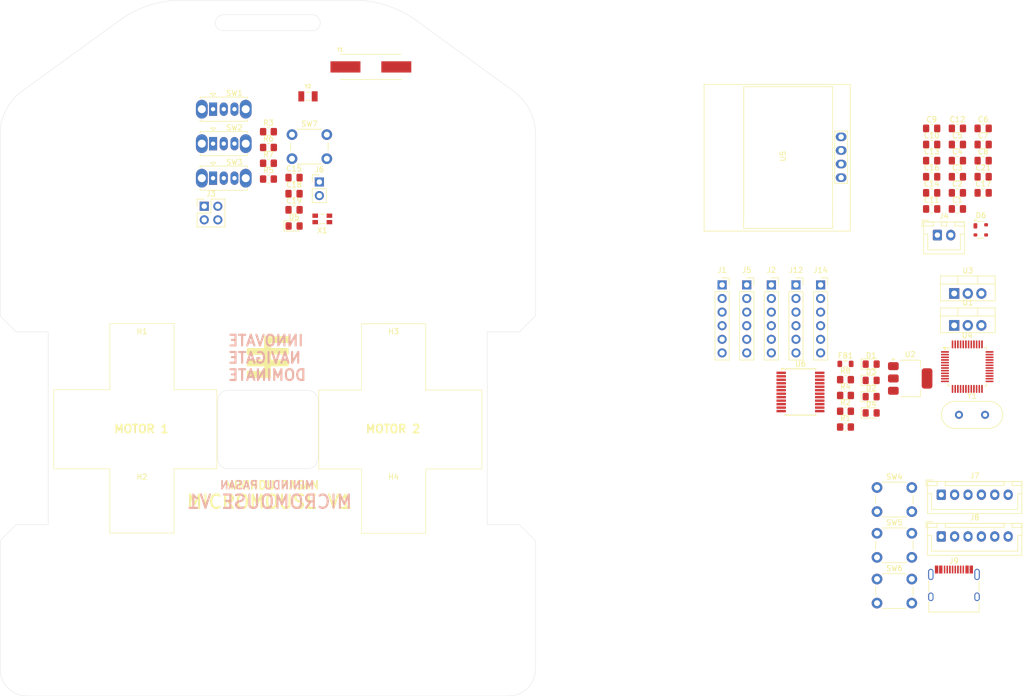
<source format=kicad_pcb>
(kicad_pcb (version 20240108) (generator "pcbnew") (generator_version "8.0")
  (layers (0 "F.Cu" signal) (31 "B.Cu" signal) (34 "B.Paste" user) (35 "F.Paste" user) (36 "B.SilkS" user "B.Silkscreen") (37 "F.SilkS" user "F.Silkscreen") (38 "B.Mask" user) (39 "F.Mask" user) (44 "Edge.Cuts" user))
  (net 0 "")
  (net 1 "+7.4V")
  (net 2 "GND")
  (net 3 "+3.3V")
  (net 4 "HSE_IN")
  (net 5 "+5V")
  (net 6 "+6V")
  (net 7 "+3.3VA")
  (net 8 "/NRST")
  (net 9 "HSE_OUT")
  (net 10 "USB_D+")
  (net 11 "USB_D-")
  (net 12 "VBUS")
  (net 13 "Net-(D3-A)")
  (net 14 "Net-(D5-A)")
  (net 15 "PC13")
  (net 16 "POWER")
  (net 17 "RESET")
  (net 18 "OSC32_IN")
  (net 19 "SDA1")
  (net 20 "SCL1")
  (net 21 "OSC32_OUT")
  (net 22 "Net-(D1-K)")
  (net 23 "Net-(D2-A)")
  (net 24 "Net-(D4-K)")
  (net 27 "OUT1")
  (net 28 "PA7")
  (net 29 "OUT2")
  (net 30 "PA6")
  (net 33 "PA15")
  (net 34 "PB3")
  (net 35 "OUT3")
  (net 36 "OUT4")
  (net 39 "BOOT0")
  (net 41 "SW1")
  (net 42 "SW2")
  (net 43 "SW3")
  (net 44 "PA3")
  (net 45 "PA2")
  (net 47 "SWDIO")
  (net 48 "STBY")
  (net 49 "SDA2")
  (net 50 "SWCLK")
  (net 52 "PA0")
  (net 53 "PA1")
  (net 55 "PA5")
  (net 56 "TXD")
  (net 58 "SCL2")
  (net 61 "PA4")
  (net 63 "RXD")
  (net 64 "BOOT1")
  (net 74 "Net-(C16-Pad2)")
  (footprint "Button_Switch_THT:SW_Slide_SPDT_Straight_CK_OS102011MS2Q" (layer "F.Cu") (at 100.765 63.395)
    (property "Reference" "SW1" (at 3.99 -2.99 0) (layer "F.SilkS"))
    (property "Value" "BOOT0")
    (pad "" thru_hole oval (at -2.1 0) (size 2.2 3.5) (drill 1.5) (layers "*.Cu" "*.Mask"))
    (pad "" thru_hole oval (at 6.1 0) (size 2.2 3.5) (drill 1.5) (layers "*.Cu" "*.Mask"))
    (pad "1" thru_hole rect (at 0 0) (size 1.5 2.5) (drill 0.8) (layers "*.Cu" "*.Mask") (net 2 "GND"))
    (pad "2" thru_hole oval (at 2 0) (size 1.5 2.5) (drill 0.8) (layers "*.Cu" "*.Mask") (net 39 "BOOT0"))
    (pad "3" thru_hole oval (at 4 0) (size 1.5 2.5) (drill 0.8) (layers "*.Cu" "*.Mask") (net 3 "+3.3V"))
  )
  (footprint "Connector_PinSocket_2.54mm:PinSocket_1x06_P2.54mm_Vertical" (layer "F.Cu") (at 200.47 96.23)
    (property "Reference" "J5" (at 0 -2.77 0) (layer "F.SilkS"))
    (property "Value" "TOF1")
    (pad "1" thru_hole rect (at 0 0) (size 1.7 1.7) (drill 1) (layers "*.Cu" "*.Mask") (net 3 "+3.3V"))
    (pad "2" thru_hole oval (at 0 2.54) (size 1.7 1.7) (drill 1) (layers "*.Cu" "*.Mask") (net 2 "GND"))
    (pad "3" thru_hole oval (at 0 5.08) (size 1.7 1.7) (drill 1) (layers "*.Cu" "*.Mask") (net 20 "SCL1"))
    (pad "4" thru_hole oval (at 0 7.62) (size 1.7 1.7) (drill 1) (layers "*.Cu" "*.Mask") (net 19 "SDA1"))
    (pad "5" thru_hole oval (at 0 10.16) (size 1.7 1.7) (drill 1) (layers "*.Cu" "*.Mask"))
    (pad "6" thru_hole oval (at 0 12.7) (size 1.7 1.7) (drill 1) (layers "*.Cu" "*.Mask"))
  )
  (footprint "MountingHole:MountingHole_3.5mm" (layer "F.Cu") (at 134.483474 109.432161)
    (property "Reference" "H3" (at 0 -4.5 0) (layer "F.SilkS"))
    (property "Value" "MountingHole_3.5mm")
    (pad "" np_thru_hole circle (at 0 0) (size 3.5 3.5) (drill 3.5) (layers "*.Cu" "*.Mask"))
  )
  (footprint "Capacitor_SMD:C_0805_2012Metric_Pad1.18x1.45mm_HandSolder" (layer "F.Cu") (at 244.64 79.03)
    (property "Reference" "C17" (at 0 -1.68 0) (layer "F.SilkS"))
    (property "Value" "20p")
    (pad "1" smd roundrect (at -1.0375 0) (size 1.175 1.45) (layers "F.Cu" "F.Paste" "F.Mask") (roundrect_rratio 0.212766) (net 9 "HSE_OUT"))
    (pad "2" smd roundrect (at 1.0375 0) (size 1.175 1.45) (layers "F.Cu" "F.Paste" "F.Mask") (roundrect_rratio 0.212766) (net 74 "Net-(C16-Pad2)"))
  )
  (footprint "Connector_PinHeader_2.54mm:PinHeader_1x02_P2.54mm_Vertical" (layer "F.Cu") (at 120.625 77)
    (property "Reference" "J6" (at 0 -2.33 0) (layer "F.SilkS"))
    (property "Value" "Conn_01x02_Pin")
    (pad "1" thru_hole rect (at 0 0) (size 1.7 1.7) (drill 1) (layers "*.Cu" "*.Mask") (net 56 "TXD"))
    (pad "2" thru_hole oval (at 0 2.54) (size 1.7 1.7) (drill 1) (layers "*.Cu" "*.Mask") (net 63 "RXD"))
  )
  (footprint "Capacitor_SMD:C_0805_2012Metric_Pad1.18x1.45mm_HandSolder" (layer "F.Cu") (at 235.02 73.01)
    (property "Reference" "C13" (at 0 -1.68 0) (layer "F.SilkS"))
    (property "Value" "330nF")
    (pad "1" smd roundrect (at -1.0375 0) (size 1.175 1.45) (layers "F.Cu" "F.Paste" "F.Mask") (roundrect_rratio 0.212766) (net 16 "POWER"))
    (pad "2" smd roundrect (at 1.0375 0) (size 1.175 1.45) (layers "F.Cu" "F.Paste" "F.Mask") (roundrect_rratio 0.212766) (net 2 "GND"))
  )
  (footprint "Capacitor_SMD:C_0805_2012Metric_Pad1.18x1.45mm_HandSolder" (layer "F.Cu") (at 235.02 79.03)
    (property "Reference" "C14" (at 0 -1.68 0) (layer "F.SilkS"))
    (property "Value" "100nF")
    (pad "1" smd roundrect (at -1.0375 0) (size 1.175 1.45) (layers "F.Cu" "F.Paste" "F.Mask") (roundrect_rratio 0.212766) (net 5 "+5V"))
    (pad "2" smd roundrect (at 1.0375 0) (size 1.175 1.45) (layers "F.Cu" "F.Paste" "F.Mask") (roundrect_rratio 0.212766) (net 2 "GND"))
  )
  (footprint "Capacitor_SMD:C_0805_2012Metric_Pad1.18x1.45mm_HandSolder" (layer "F.Cu") (at 244.64 73.01)
    (property "Reference" "C8" (at 0 -1.68 0) (layer "F.SilkS"))
    (property "Value" "1uF")
    (pad "1" smd roundrect (at -1.0375 0) (size 1.175 1.45) (layers "F.Cu" "F.Paste" "F.Mask") (roundrect_rratio 0.212766) (net 3 "+3.3V"))
    (pad "2" smd roundrect (at 1.0375 0) (size 1.175 1.45) (layers "F.Cu" "F.Paste" "F.Mask") (roundrect_rratio 0.212766) (net 2 "GND"))
  )
  (footprint "Oscillator:Oscillator_SMD_SeikoEpson_SG3030CM" (layer "F.Cu") (at 121.175 83.9)
    (property "Reference" "X1" (at 0 2.17 0) (layer "F.SilkS"))
    (property "Value" "SG-3030CM")
    (pad "1" smd rect (at -1.325 0.6) (size 1.05 0.8) (layers "F.Cu" "F.Paste" "F.Mask"))
    (pad "2" smd rect (at 1.325 0.6) (size 1.05 0.8) (layers "F.Cu" "F.Paste" "F.Mask"))
    (pad "3" smd rect (at 1.325 -0.6) (size 1.05 0.8) (layers "F.Cu" "F.Paste" "F.Mask"))
    (pad "4" smd rect (at -1.325 -0.6) (size 1.05 0.8) (layers "F.Cu" "F.Paste" "F.Mask"))
  )
  (footprint "LED_SMD:LED_0805_2012Metric_Pad1.15x1.40mm_HandSolder" (layer "F.Cu") (at 223.715 114.065)
    (property "Reference" "D3" (at 0 -1.65 0) (layer "F.SilkS"))
    (property "Value" "5V")
    (pad "1" smd roundrect (at -1.025 0) (size 1.15 1.4) (layers "F.Cu" "F.Paste" "F.Mask") (roundrect_rratio 0.217391) (net 2 "GND"))
    (pad "2" smd roundrect (at 1.025 0) (size 1.15 1.4) (layers "F.Cu" "F.Paste" "F.Mask") (roundrect_rratio 0.217391) (net 13 "Net-(D3-A)"))
  )
  (footprint "Capacitor_SMD:C_0805_2012Metric_Pad1.18x1.45mm_HandSolder" (layer "F.Cu") (at 239.83 73.01)
    (property "Reference" "C4" (at 0 -1.68 0) (layer "F.SilkS"))
    (property "Value" "100nF")
    (pad "1" smd roundrect (at -1.0375 0) (size 1.175 1.45) (layers "F.Cu" "F.Paste" "F.Mask") (roundrect_rratio 0.212766) (net 3 "+3.3V"))
    (pad "2" smd roundrect (at 1.0375 0) (size 1.175 1.45) (layers "F.Cu" "F.Paste" "F.Mask") (roundrect_rratio 0.212766) (net 2 "GND"))
  )
  (footprint "Inductor_SMD:L_0805_2012Metric" (layer "F.Cu") (at 218.92 110.98)
    (property "Reference" "FB1" (at 0 -1.55 0) (layer "F.SilkS"))
    (property "Value" "120R")
    (pad "1" smd roundrect (at -1.0625 0) (size 0.875 1.2) (layers "F.Cu" "F.Paste" "F.Mask") (net 7 "+3.3VA"))
    (pad "2" smd roundrect (at 1.0625 0) (size 0.875 1.2) (layers "F.Cu" "F.Paste" "F.Mask") (net 3 "+3.3V"))
  )
  (footprint "Capacitor_SMD:C_0805_2012Metric_Pad1.18x1.45mm_HandSolder" (layer "F.Cu") (at 239.83 82.04)
    (property "Reference" "C1" (at 0 -1.68 0) (layer "F.SilkS"))
    (property "Value" "10uF")
    (pad "1" smd roundrect (at -1.0375 0) (size 1.175 1.45) (layers "F.Cu" "F.Paste" "F.Mask") (roundrect_rratio 0.212766) (net 3 "+3.3V"))
    (pad "2" smd roundrect (at 1.0375 0) (size 1.175 1.45) (layers "F.Cu" "F.Paste" "F.Mask") (roundrect_rratio 0.212766) (net 2 "GND"))
  )
  (footprint "Capacitor_SMD:C_0805_2012Metric_Pad1.18x1.45mm_HandSolder" (layer "F.Cu") (at 235.02 66.99)
    (property "Reference" "C9" (at 0 -1.68 0) (layer "F.SilkS"))
    (property "Value" "10µF")
    (pad "1" smd roundrect (at -1.0375 0) (size 1.175 1.45) (layers "F.Cu" "F.Paste" "F.Mask") (roundrect_rratio 0.212766) (net 16 "POWER"))
    (pad "2" smd roundrect (at 1.0375 0) (size 1.175 1.45) (layers "F.Cu" "F.Paste" "F.Mask") (roundrect_rratio 0.212766) (net 2 "GND"))
  )
  (footprint "Resistor_SMD:R_0805_2012Metric_Pad1.20x1.40mm_HandSolder" (layer "F.Cu") (at 218.92 113.93)
    (property "Reference" "R8" (at 0 -1.65 0) (layer "F.SilkS"))
    (property "Value" "110R")
    (pad "1" smd roundrect (at -1 0) (size 1.2 1.4) (layers "F.Cu" "F.Paste" "F.Mask") (roundrect_rratio 0.208333) (net 3 "+3.3V"))
    (pad "2" smd roundrect (at 1 0) (size 1.2 1.4) (layers "F.Cu" "F.Paste" "F.Mask") (roundrect_rratio 0.208333) (net 10 "USB_D+"))
  )
  (footprint "Connector_USB:USB_C_Receptacle_HRO_TYPE-C-31-M-12" (layer "F.Cu") (at 239.18 153.45)
    (property "Reference" "J9" (at 0 -5.645 0) (layer "F.SilkS"))
    (property "Value" "USB-C")
    (pad "" np_thru_hole circle (at -2.89 -2.6) (size 0.65 0.65) (drill 0.65) (layers "*.Cu" "*.Mask"))
    (pad "" np_thru_hole circle (at 2.89 -2.6) (size 0.65 0.65) (drill 0.65) (layers "*.Cu" "*.Mask"))
    (pad "A1" smd rect (at -3.25 -4.045) (size 0.6 1.45) (layers "F.Cu" "F.Paste" "F.Mask") (net 2 "GND"))
    (pad "A4" smd rect (at -2.45 -4.045) (size 0.6 1.45) (layers "F.Cu" "F.Paste" "F.Mask") (net 12 "VBUS"))
    (pad "A5" smd rect (at -1.25 -4.045) (size 0.3 1.45) (layers "F.Cu" "F.Paste" "F.Mask"))
    (pad "A6" smd rect (at -0.25 -4.045) (size 0.3 1.45) (layers "F.Cu" "F.Paste" "F.Mask") (net 10 "USB_D+"))
    (pad "A7" smd rect (at 0.25 -4.045) (size 0.3 1.45) (layers "F.Cu" "F.Paste" "F.Mask") (net 11 "USB_D-"))
    (pad "A8" smd rect (at 1.25 -4.045) (size 0.3 1.45) (layers "F.Cu" "F.Paste" "F.Mask"))
    (pad "A9" smd rect (at 2.45 -4.045) (size 0.6 1.45) (layers "F.Cu" "F.Paste" "F.Mask") (net 12 "VBUS"))
    (pad "A12" smd rect (at 3.25 -4.045) (size 0.6 1.45) (layers "F.Cu" "F.Paste" "F.Mask") (net 2 "GND"))
    (pad "B1" smd rect (at 3.25 -4.045) (size 0.6 1.45) (layers "F.Cu" "F.Paste" "F.Mask") (net 2 "GND"))
    (pad "B4" smd rect (at 2.45 -4.045) (size 0.6 1.45) (layers "F.Cu" "F.Paste" "F.Mask") (net 12 "VBUS"))
    (pad "B5" smd rect (at 1.75 -4.045) (size 0.3 1.45) (layers "F.Cu" "F.Paste" "F.Mask"))
    (pad "B6" smd rect (at 0.75 -4.045) (size 0.3 1.45) (layers "F.Cu" "F.Paste" "F.Mask") (net 10 "USB_D+"))
    (pad "B7" smd rect (at -0.75 -4.045) (size 0.3 1.45) (layers "F.Cu" "F.Paste" "F.Mask") (net 11 "USB_D-"))
    (pad "B8" smd rect (at -1.75 -4.045) (size 0.3 1.45) (layers "F.Cu" "F.Paste" "F.Mask"))
    (pad "B9" smd rect (at -2.45 -4.045) (size 0.6 1.45) (layers "F.Cu" "F.Paste" "F.Mask") (net 12 "VBUS"))
    (pad "B12" smd rect (at -3.25 -4.045) (size 0.6 1.45) (layers "F.Cu" "F.Paste" "F.Mask") (net 2 "GND"))
    (pad "S1" thru_hole oval (at -4.32 -3.13) (size 1 2.1) (drill oval 0.6 1.7) (layers "*.Cu" "*.Mask") (net 2 "GND"))
    (pad "S1" thru_hole oval (at -4.32 1.05) (size 1 1.6) (drill oval 0.6 1.2) (layers "*.Cu" "*.Mask") (net 2 "GND"))
    (pad "S1" thru_hole oval (at 4.32 -3.13) (size 1 2.1) (drill oval 0.6 1.7) (layers "*.Cu" "*.Mask") (net 2 "GND"))
    (pad "S1" thru_hole oval (at 4.32 1.05) (size 1 1.6) (drill oval 0.6 1.2) (layers "*.Cu" "*.Mask") (net 2 "GND"))
  )
  (footprint "LED_SMD:LED_0805_2012Metric_Pad1.15x1.40mm_HandSolder" (layer "F.Cu") (at 223.715 111.025)
    (property "Reference" "D1" (at 0 -1.65 0) (layer "F.SilkS"))
    (property "Value" "3V3")
    (pad "1" smd roundrect (at -1.025 0) (size 1.15 1.4) (layers "F.Cu" "F.Paste" "F.Mask") (roundrect_rratio 0.217391) (net 22 "Net-(D1-K)"))
    (pad "2" smd roundrect (at 1.025 0) (size 1.15 1.4) (layers "F.Cu" "F.Paste" "F.Mask") (roundrect_rratio 0.217391) (net 3 "+3.3V"))
  )
  (footprint "Package_TO_SOT_SMD:SOT-223-3_TabPin2" (layer "F.Cu") (at 231.01 113.705)
    (property "Reference" "U2" (at 0 -4.5 0) (layer "F.SilkS"))
    (property "Value" "AMS1117-3.3")
    (pad "1" smd roundrect (at -3.15 -2.3) (size 2 1.5) (layers "F.Cu" "F.Paste" "F.Mask") (net 2 "GND"))
    (pad "2" smd roundrect (at -3.15 0) (size 2 1.5) (layers "F.Cu" "F.Paste" "F.Mask") (net 3 "+3.3V"))
    (pad "2" smd roundrect (at 3.15 0) (size 2 3.8) (layers "F.Cu" "F.Paste" "F.Mask") (net 3 "+3.3V"))
    (pad "3" smd roundrect (at -3.15 2.3) (size 2 1.5) (layers "F.Cu" "F.Paste" "F.Mask") (net 16 "POWER"))
  )
  (footprint "Connector_PinSocket_2.54mm:PinSocket_1x06_P2.54mm_Vertical" (layer "F.Cu") (at 195.87 96.23)
    (property "Reference" "J1" (at 0 -2.77 0) (layer "F.SilkS"))
    (property "Value" "TOF1")
    (pad "1" thru_hole rect (at 0 0) (size 1.7 1.7) (drill 1) (layers "*.Cu" "*.Mask") (net 3 "+3.3V"))
    (pad "2" thru_hole oval (at 0 2.54) (size 1.7 1.7) (drill 1) (layers "*.Cu" "*.Mask") (net 2 "GND"))
    (pad "3" thru_hole oval (at 0 5.08) (size 1.7 1.7) (drill 1) (layers "*.Cu" "*.Mask") (net 20 "SCL1"))
    (pad "4" thru_hole oval (at 0 7.62) (size 1.7 1.7) (drill 1) (layers "*.Cu" "*.Mask") (net 19 "SDA1"))
    (pad "5" thru_hole oval (at 0 10.16) (size 1.7 1.7) (drill 1) (layers "*.Cu" "*.Mask"))
    (pad "6" thru_hole oval (at 0 12.7) (size 1.7 1.7) (drill 1) (layers "*.Cu" "*.Mask"))
  )
  (footprint "Connector_PinSocket_2.54mm:PinSocket_1x06_P2.54mm_Vertical" (layer "F.Cu") (at 209.67 96.23)
    (property "Reference" "J12" (at 0 -2.77 0) (layer "F.SilkS"))
    (property "Value" "TOF1")
    (pad "1" thru_hole rect (at 0 0) (size 1.7 1.7) (drill 1) (layers "*.Cu" "*.Mask") (net 3 "+3.3V"))
    (pad "2" thru_hole oval (at 0 2.54) (size 1.7 1.7) (drill 1) (layers "*.Cu" "*.Mask") (net 2 "GND"))
    (pad "3" thru_hole oval (at 0 5.08) (size 1.7 1.7) (drill 1) (layers "*.Cu" "*.Mask") (net 20 "SCL1"))
    (pad "4" thru_hole oval (at 0 7.62) (size 1.7 1.7) (drill 1) (layers "*.Cu" "*.Mask") (net 19 "SDA1"))
    (pad "5" thru_hole oval (at 0 10.16) (size 1.7 1.7) (drill 1) (layers "*.Cu" "*.Mask"))
    (pad "6" thru_hole oval (at 0 12.7) (size 1.7 1.7) (drill 1) (layers "*.Cu" "*.Mask"))
  )
  (footprint "Connector_JST:JST_XH_B6B-XH-A_1x06_P2.50mm_Vertical" (layer "F.Cu") (at 236.81 143.23)
    (property "Reference" "J8" (at 6.25 -3.55 0) (layer "F.SilkS"))
    (property "Value" "Motor 2")
    (pad "1" thru_hole roundrect (at 0 0) (size 1.7 1.95) (drill 0.95) (layers "*.Cu" "*.Mask") (roundrect_rratio 0.147059) (net 36 "OUT4"))
    (pad "2" thru_hole oval (at 2.5 0) (size 1.7 1.95) (drill 0.95) (layers "*.Cu" "*.Mask") (net 5 "+5V"))
    (pad "3" thru_hole oval (at 5 0) (size 1.7 1.95) (drill 0.95) (layers "*.Cu" "*.Mask") (net 34 "PB3"))
    (pad "4" thru_hole oval (at 7.5 0) (size 1.7 1.95) (drill 0.95) (layers "*.Cu" "*.Mask") (net 33 "PA15"))
    (pad "5" thru_hole oval (at 10 0) (size 1.7 1.95) (drill 0.95) (layers "*.Cu" "*.Mask") (net 2 "GND"))
    (pad "6" thru_hole oval (at 12.5 0) (size 1.7 1.95) (drill 0.95) (layers "*.Cu" "*.Mask") (net 35 "OUT3"))
  )
  (footprint "Crystal:Crystal_HC49-4H_Vertical" (layer "F.Cu") (at 240.12 120.5)
    (property "Reference" "Y1" (at 2.44 -3.525 0) (layer "F.SilkS"))
    (property "Value" "8MHz")
    (pad "1" thru_hole circle (at 0 0) (size 1.5 1.5) (drill 0.8) (layers "*.Cu" "*.Mask") (net 4 "HSE_IN"))
    (pad "2" thru_hole circle (at 4.88 0) (size 1.5 1.5) (drill 0.8) (layers "*.Cu" "*.Mask") (net 9 "HSE_OUT"))
  )
  (footprint "Capacitor_SMD:C_0805_2012Metric_Pad1.18x1.45mm_HandSolder" (layer "F.Cu") (at 235.02 76.02)
    (property "Reference" "C16" (at 0 -1.68 0) (layer "F.SilkS"))
    (property "Value" "20p")
    (pad "1" smd roundrect (at -1.0375 0) (size 1.175 1.45) (layers "F.Cu" "F.Paste" "F.Mask") (roundrect_rratio 0.212766) (net 4 "HSE_IN"))
    (pad "2" smd roundrect (at 1.0375 0) (size 1.175 1.45) (layers "F.Cu" "F.Paste" "F.Mask") (roundrect_rratio 0.212766) (net 74 "Net-(C16-Pad2)"))
  )
  (footprint "Connector_PinHeader_2.54mm:PinHeader_2x02_P2.54mm_Vertical" (layer "F.Cu") (at 99.115 81.53)
    (property "Reference" "J3" (at 1.27 -2.33 0) (layer "F.SilkS"))
    (property "Value" "Conn_02x02_Counter_Clockwise")
    (pad "1" thru_hole rect (at 0 0) (size 1.7 1.7) (drill 1) (layers "*.Cu" "*.Mask") (net 3 "+3.3V"))
    (pad "2" thru_hole oval (at 2.54 0) (size 1.7 1.7) (drill 1) (layers "*.Cu" "*.Mask") (net 2 "GND"))
    (pad "3" thru_hole oval (at 0 2.54) (size 1.7 1.7) (drill 1) (layers "*.Cu" "*.Mask") (net 50 "SWCLK"))
    (pad "4" thru_hole oval (at 2.54 2.54) (size 1.7 1.7) (drill 1) (layers "*.Cu" "*.Mask") (net 47 "SWDIO"))
  )
  (footprint "Capacitor_SMD:C_0805_2012Metric_Pad1.18x1.45mm_HandSolder" (layer "F.Cu") (at 239.83 70)
    (property "Reference" "C5" (at 0 -1.68 0) (layer "F.SilkS"))
    (property "Value" "100nF")
    (pad "1" smd roundrect (at -1.0375 0) (size 1.175 1.45) (layers "F.Cu" "F.Paste" "F.Mask") (roundrect_rratio 0.212766) (net 3 "+3.3V"))
    (pad "2" smd roundrect (at 1.0375 0) (size 1.175 1.45) (layers "F.Cu" "F.Paste" "F.Mask") (roundrect_rratio 0.212766) (net 2 "GND"))
  )
  (footprint "Resistor_SMD:R_0805_2012Metric_Pad1.20x1.40mm_HandSolder" (layer "F.Cu") (at 111.115 73.5)
    (property "Reference" "R7" (at 0 -1.65 0) (layer "F.SilkS"))
    (property "Value" "220R")
    (pad "1" smd roundrect (at -1 0) (size 1.2 1.4) (layers "F.Cu" "F.Paste" "F.Mask") (roundrect_rratio 0.208333) (net 12 "VBUS"))
    (pad "2" smd roundrect (at 1 0) (size 1.2 1.4) (layers "F.Cu" "F.Paste" "F.Mask") (roundrect_rratio 0.208333) (net 14 "Net-(D5-A)"))
  )
  (footprint "Capacitor_SMD:C_0805_2012Metric_Pad1.18x1.45mm_HandSolder" (layer "F.Cu") (at 115.895 79.19)
    (property "Reference" "C18" (at 0 -1.68 0) (layer "F.SilkS"))
    (property "Value" "20p")
    (pad "1" smd roundrect (at -1.0375 0) (size 1.175 1.45) (layers "F.Cu" "F.Paste" "F.Mask") (roundrect_rratio 0.212766) (net 18 "OSC32_IN"))
    (pad "2" smd roundrect (at 1.0375 0) (size 1.175 1.45) (layers "F.Cu" "F.Paste" "F.Mask") (roundrect_rratio 0.212766) (net 2 "GND"))
  )
  (footprint "MountingHole:MountingHole_3.5mm" (layer "F.Cu") (at 87.483474 109.432161)
    (property "Reference" "H1" (at 0 -4.5 0) (layer "F.SilkS"))
    (property "Value" "MountingHole_3.5mm")
    (pad "" np_thru_hole circle (at 0 0) (size 3.5 3.5) (drill 3.5) (layers "*.Cu" "*.Mask"))
  )
  (footprint "Custom:Crystal_ABLS2-8.000MHZ-D4Y-T" (layer "F.Cu") (at 130.25 55.5)
    (property "Reference" "Y1" (at -5.768 -3.2564 0) (layer "F.SilkS") (effects (font (size 0.64 0.64))))
    (property "Value" "8MHz")
    (pad "1" smd rect (at -4.75 0) (size 5.6 2.1) (layers "F.Cu" "F.Paste" "F.Mask") (net 4 "HSE_IN"))
    (pad "2" smd rect (at 4.75 0) (size 5.6 2.1) (layers "F.Cu" "F.Paste" "F.Mask") (net 9 "HSE_OUT"))
  )
  (footprint "Resistor_SMD:R_0805_2012Metric_Pad1.20x1.40mm_HandSolder" (layer "F.Cu") (at 218.92 116.88)
    (property "Reference" "R4" (at 0 -1.65 0) (layer "F.SilkS"))
    (property "Value" "10K")
    (pad "1" smd roundrect (at -1 0) (size 1.2 1.4) (layers "F.Cu" "F.Paste" "F.Mask") (roundrect_rratio 0.208333) (net 3 "+3.3V"))
    (pad "2" smd roundrect (at 1 0) (size 1.2 1.4) (layers "F.Cu" "F.Paste" "F.Mask") (roundrect_rratio 0.208333) (net 17 "RESET"))
  )
  (footprint "Resistor_SMD:R_0805_2012Metric_Pad1.20x1.40mm_HandSolder" (layer "F.Cu") (at 218.92 119.83)
    (property "Reference" "R2" (at 0 -1.65 0) (layer "F.SilkS"))
    (property "Value" "68R")
    (pad "1" smd roundrect (at -1 0) (size 1.2 1.4) (layers "F.Cu" "F.Paste" "F.Mask") (roundrect_rratio 0.208333) (net 5 "+5V"))
    (pad "2" smd roundrect (at 1 0) (size 1.2 1.4) (layers "F.Cu" "F.Paste" "F.Mask") (roundrect_rratio 0.208333) (net 13 "Net-(D3-A)"))
  )
  (footprint "Package_TO_SOT_SMD:SOT-143" (layer "F.Cu") (at 244.19 85.945)
    (property "Reference" "D6" (at 0.02 -2.7 0) (layer "F.SilkS"))
    (property "Value" "SP0503BAHT")
    (pad "1" smd roundrect (at -1 -0.75) (size 0.7 1) (layers "F.Cu" "F.Paste" "F.Mask") (net 2 "GND"))
    (pad "2" smd roundrect (at -1 0.95) (size 0.7 0.6) (layers "F.Cu" "F.Paste" "F.Mask") (net 12 "VBUS"))
    (pad "3" smd roundrect (at 1 0.95) (size 0.7 0.6) (layers "F.Cu" "F.Paste" "F.Mask") (net 10 "USB_D+"))
    (pad "4" smd roundrect (at 1 -0.95) (size 0.7 0.6) (layers "F.Cu" "F.Paste" "F.Mask") (net 11 "USB_D-"))
  )
  (footprint "Capacitor_SMD:C_0805_2012Metric_Pad1.18x1.45mm_HandSolder" (layer "F.Cu") (at 244.64 66.99)
    (property "Reference" "C6" (at 0 -1.68 0) (layer "F.SilkS"))
    (property "Value" "10nF")
    (pad "1" smd roundrect (at -1.0375 0) (size 1.175 1.45) (layers "F.Cu" "F.Paste" "F.Mask") (roundrect_rratio 0.212766) (net 7 "+3.3VA"))
    (pad "2" smd roundrect (at 1.0375 0) (size 1.175 1.45) (layers "F.Cu" "F.Paste" "F.Mask") (roundrect_rratio 0.212766) (net 2 "GND"))
  )
  (footprint "Package_SO:SSOP-24_5.3x8.2mm_P0.65mm" (layer "F.Cu") (at 210.51 116.23)
    (property "Reference" "U6" (at 0 -5.25 0) (layer "F.SilkS"))
    (property "Value" "TB6612FNG")
    (pad "1" smd rect (at -3.6 -3.575) (size 1.75 0.45) (layers "F.Cu" "F.Paste" "F.Mask") (net 27 "OUT1"))
    (pad "2" smd rect (at -3.6 -2.925) (size 1.75 0.45) (layers "F.Cu" "F.Paste" "F.Mask") (net 27 "OUT1"))
    (pad "3" smd rect (at -3.6 -2.275) (size 1.75 0.45) (layers "F.Cu" "F.Paste" "F.Mask") (net 2 "GND"))
    (pad "4" smd rect (at -3.6 -1.625) (size 1.75 0.45) (layers "F.Cu" "F.Paste" "F.Mask") (net 2 "GND"))
    (pad "5" smd rect (at -3.6 -0.975) (size 1.75 0.45) (layers "F.Cu" "F.Paste" "F.Mask") (net 29 "OUT2"))
    (pad "6" smd rect (at -3.6 -0.325) (size 1.75 0.45) (layers "F.Cu" "F.Paste" "F.Mask") (net 29 "OUT2"))
    (pad "7" smd rect (at -3.6 0.325) (size 1.75 0.45) (layers "F.Cu" "F.Paste" "F.Mask") (net 36 "OUT4"))
    (pad "8" smd rect (at -3.6 0.975) (size 1.75 0.45) (layers "F.Cu" "F.Paste" "F.Mask") (net 36 "OUT4"))
    (pad "9" smd rect (at -3.6 1.625) (size 1.75 0.45) (layers "F.Cu" "F.Paste" "F.Mask") (net 2 "GND"))
    (pad "10" smd rect (at -3.6 2.275) (size 1.75 0.45) (layers "F.Cu" "F.Paste" "F.Mask") (net 2 "GND"))
    (pad "11" smd rect (at -3.6 2.925) (size 1.75 0.45) (layers "F.Cu" "F.Paste" "F.Mask") (net 35 "OUT3"))
    (pad "12" smd rect (at -3.6 3.575) (size 1.75 0.45) (layers "F.Cu" "F.Paste" "F.Mask") (net 35 "OUT3"))
    (pad "13" smd rect (at 3.6 3.575) (size 1.75 0.45) (layers "F.Cu" "F.Paste" "F.Mask") (net 6 "+6V"))
    (pad "14" smd rect (at 3.6 2.925) (size 1.75 0.45) (layers "F.Cu" "F.Paste" "F.Mask") (net 6 "+6V"))
    (pad "15" smd rect (at 3.6 2.275) (size 1.75 0.45) (layers "F.Cu" "F.Paste" "F.Mask") (net 44 "PA3"))
    (pad "16" smd rect (at 3.6 1.625) (size 1.75 0.45) (layers "F.Cu" "F.Paste" "F.Mask") (net 55 "PA5"))
    (pad "17" smd rect (at 3.6 0.975) (size 1.75 0.45) (layers "F.Cu" "F.Paste" "F.Mask") (net 61 "PA4"))
    (pad "18" smd rect (at 3.6 0.325) (size 1.75 0.45) (layers "F.Cu" "F.Paste" "F.Mask") (net 2 "GND"))
    (pad "19" smd rect (at 3.6 -0.325) (size 1.75 0.45) (layers "F.Cu" "F.Paste" "F.Mask") (net 48 "STBY"))
    (pad "20" smd rect (at 3.6 -0.975) (size 1.75 0.45) (layers "F.Cu" "F.Paste" "F.Mask") (net 5 "+5V"))
    (pad "21" smd rect (at 3.6 -1.625) (size 1.75 0.45) (layers "F.Cu" "F.Paste" "F.Mask") (net 53 "PA1"))
    (pad "22" smd rect (at 3.6 -2.275) (size 1.75 0.45) (layers "F.Cu" "F.Paste" "F.Mask") (net 45 "PA2"))
    (pad "23" smd rect (at 3.6 -2.925) (size 1.75 0.45) (layers "F.Cu" "F.Paste" "F.Mask") (net 52 "PA0"))
    (pad "24" smd rect (at 3.6 -3.575) (size 1.75 0.45) (layers "F.Cu" "F.Paste" "F.Mask") (net 6 "+6V"))
  )
  (footprint "Connector_PinSocket_2.54mm:PinSocket_1x06_P2.54mm_Vertical" (layer "F.Cu") (at 205.07 96.23)
    (property "Reference" "J2" (at 0 -2.77 0) (layer "F.SilkS"))
    (property "Value" "TOF1")
    (pad "1" thru_hole rect (at 0 0) (size 1.7 1.7) (drill 1) (layers "*.Cu" "*.Mask") (net 3 "+3.3V"))
    (pad "2" thru_hole oval (at 0 2.54) (size 1.7 1.7) (drill 1) (layers "*.Cu" "*.Mask") (net 2 "GND"))
    (pad "3" thru_hole oval (at 0 5.08) (size 1.7 1.7) (drill 1) (layers "*.Cu" "*.Mask") (net 20 "SCL1"))
    (pad "4" thru_hole oval (at 0 7.62) (size 1.7 1.7) (drill 1) (layers "*.Cu" "*.Mask") (net 19 "SDA1"))
    (pad "5" thru_hole oval (at 0 10.16) (size 1.7 1.7) (drill 1) (layers "*.Cu" "*.Mask"))
    (pad "6" thru_hole oval (at 0 12.7) (size 1.7 1.7) (drill 1) (layers "*.Cu" "*.Mask"))
  )
  (footprint "Package_QFP:LQFP-48_7x7mm_P0.5mm" (layer "F.Cu") (at 241.67 111.5)
    (property "Reference" "U4" (at 0 -5.85 0) (layer "F.SilkS"))
    (property "Value" "STM32F103C8Tx")
    (pad "1" smd roundrect (at -4.1625 -2.75) (size 1.475 0.3) (layers "F.Cu" "F.Paste" "F.Mask") (net 3 "+3.3V"))
    (pad "2" smd roundrect (at -4.1625 -2.25) (size 1.475 0.3) (layers "F.Cu" "F.Paste" "F.Mask") (net 15 "PC13"))
    (pad "3" smd roundrect (at -4.1625 -1.75) (size 1.475 0.3) (layers "F.Cu" "F.Paste" "F.Mask") (net 18 "OSC32_IN"))
    (pad "4" smd roundrect (at -4.1625 -1.25) (size 1.475 0.3) (layers "F.Cu" "F.Paste" "F.Mask") (net 21 "OSC32_OUT"))
    (pad "5" smd roundrect (at -4.1625 -0.75) (size 1.475 0.3) (layers "F.Cu" "F.Paste" "F.Mask") (net 4 "HSE_IN"))
    (pad "6" smd roundrect (at -4.1625 -0.25) (size 1.475 0.3) (layers "F.Cu" "F.Paste" "F.Mask") (net 9 "HSE_OUT"))
    (pad "7" smd roundrect (at -4.1625 0.25) (size 1.475 0.3) (layers "F.Cu" "F.Paste" "F.Mask") (net 17 "RESET"))
    (pad "8" smd roundrect (at -4.1625 0.75) (size 1.475 0.3) (layers "F.Cu" "F.Paste" "F.Mask") (net 2 "GND"))
    (pad "9" smd roundrect (at -4.1625 1.25) (size 1.475 0.3) (layers "F.Cu" "F.Paste" "F.Mask") (net 7 "+3.3VA"))
    (pad "10" smd roundrect (at -4.1625 1.75) (size 1.475 0.3) (layers "F.Cu" "F.Paste" "F.Mask") (net 52 "PA0"))
    (pad "11" smd roundrect (at -4.1625 2.25) (size 1.475 0.3) (layers "F.Cu" "F.Paste" "F.Mask") (net 53 "PA1"))
    (pad "12" smd roundrect (at -4.1625 2.75) (size 1.475 0.3) (layers "F.Cu" "F.Paste" "F.Mask") (net 45 "PA2"))
    (pad "13" smd roundrect (at -2.75 4.1625) (size 0.3 1.475) (layers "F.Cu" "F.Paste" "F.Mask") (net 44 "PA3"))
    (pad "14" smd roundrect (at -2.25 4.1625) (size 0.3 1.475) (layers "F.Cu" "F.Paste" "F.Mask") (net 61 "PA4"))
    (pad "15" smd roundrect (at -1.75 4.1625) (size 0.3 1.475) (layers "F.Cu" "F.Paste" "F.Mask") (net 55 "PA5"))
    (pad "16" smd roundrect (at -1.25 4.1625) (size 0.3 1.475) (layers "F.Cu" "F.Paste" "F.Mask") (net 30 "PA6"))
    (pad "17" smd roundrect (at -0.75 4.1625) (size 0.3 1.475) (layers "F.Cu" "F.Paste" "F.Mask") (net 28 "PA7"))
    (pad "18" smd roundrect (at -0.25 4.1625) (size 0.3 1.475) (layers "F.Cu" "F.Paste" "F.Mask"))
    (pad "19" smd roundrect (at 0.25 4.1625) (size 0.3 1.475) (layers "F.Cu" "F.Paste" "F.Mask"))
    (pad "20" smd roundrect (at 0.75 4.1625) (size 0.3 1.475) (layers "F.Cu" "F.Paste" "F.Mask") (net 64 "BOOT1"))
    (pad "21" smd roundrect (at 1.25 4.1625) (size 0.3 1.475) (layers "F.Cu" "F.Paste" "F.Mask") (net 58 "SCL2"))
    (pad "22" smd roundrect (at 1.75 4.1625) (size 0.3 1.475) (layers "F.Cu" "F.Paste" "F.Mask") (net 49 "SDA2"))
    (pad "23" smd roundrect (at 2.25 4.1625) (size 0.3 1.475) (layers "F.Cu" "F.Paste" "F.Mask") (net 2 "GND"))
    (pad "24" smd roundrect (at 2.75 4.1625) (size 0.3 1.475) (layers "F.Cu" "F.Paste" "F.Mask") (net 3 "+3.3V"))
    (pad "25" smd roundrect (at 4.1625 2.75) (size 1.475 0.3) (layers "F.Cu" "F.Paste" "F.Mask") (net 41 "SW1"))
    (pad "26" smd roundrect (at 4.1625 2.25) (size 1.475 0.3) (layers "F.Cu" "F.Paste" "F.Mask") (net 42 "SW2"))
    (pad "27" smd roundrect (at 4.1625 1.75) (size 1.475 0.3) (layers "F.Cu" "F.Paste" "F.Mask") (net 43 "SW3"))
    (pad "28" smd roundrect (at 4.1625 1.25) (size 1.475 0.3) (layers "F.Cu" "F.Paste" "F.Mask"))
    (pad "29" smd roundrect (at 4.1625 0.75) (size 1.475 0.3) (layers "F.Cu" "F.Paste" "F.Mask"))
    (pad "30" smd roundrect (at 4.1625 0.25) (size 1.475 0.3) (layers "F.Cu" "F.Paste" "F.Mask") (net 56 "TXD"))
    (pad "31" smd roundrect (at 4.1625 -0.25) (size 1.475 0.3) (layers "F.Cu" "F.Paste" "F.Mask") (net 63 "RXD"))
    (pad "32" smd roundrect (at 4.1625 -0.75) (size 1.475 0.3) (layers "F.Cu" "F.Paste" "F.Mask") (net 11 "USB_D-"))
    (pad "33" smd roundrect (at 4.1625 -1.25) (size 1.475 0.3) (layers "F.Cu" "F.Paste" "F.Mask") (net 10 "USB_D+"))
    (pad "34" smd roundrect (at 4.1625 -1.75) (size 1.475 0.3) (layers "F.Cu" "F.Paste" "F.Mask") (net 47 "SWDIO"))
    (pad "35" smd roundrect (at 4.1625 -2.25) (size 1.475 0.3) (layers "F.Cu" "F.Paste" "F.Mask") (net 2 "GND"))
    (pad "36" smd roundrect (at 4.1625 -2.75) (size 1.475 0.3) (layers "F.Cu" "F.Paste" "F.Mask") (net 3 "+3.3V"))
    (pad "37" smd roundrect (at 2.75 -4.1625) (size 0.3 1.475) (layers "F.Cu" "F.Paste" "F.Mask") (net 50 "SWCLK"))
    (pad "38" smd roundrect (at 2.25 -4.1625) (size 0.3 1.475) (layers "F.Cu" "F.Paste" "F.Mask") (net 33 "PA15"))
    (pad "39" smd roundrect (at 1.75 -4.1625) (size 0.3 1.475) (layers "F.Cu" "F.Paste" "F.Mask") (net 34 "PB3"))
    (pad "40" smd roundrect (at 1.25 -4.1625) (size 0.3 1.475) (layers "F.Cu" "F.Paste" "F.Mask") (net 48 "STBY"))
    (pad "41" smd roundrect (at 0.75 -4.1625) (size 0.3 1.475) (layers "F.Cu" "F.Paste" "F.Mask"))
    (pad "42" smd roundrect (at 0.25 -4.1625) (size 0.3 1.475) (layers "F.Cu" "F.Paste" "F.Mask") (net 20 "SCL1"))
    (pad "43" smd roundrect (at -0.25 -4.1625) (size 0.3 1.475) (layers "F.Cu" "F.Paste" "F.Mask") (net 19 "SDA1"))
    (pad "44" smd roundrect (at -0.75 -4.1625) (size 0.3 1.475) (layers "F.Cu" "F.Paste" "F.Mask") (net 39 "BOOT0"))
    (pad "45" smd roundrect (at -1.25 -4.1625) (size 0.3 1.475) (layers "F.Cu" "F.Paste" "F.Mask") (net 20 "SCL1"))
    (pad "46" smd roundrect (at -1.75 -4.1625) (size 0.3 1.475) (layers "F.Cu" "F.Paste" "F.Mask") (net 19 "SDA1"))
    (pad "47" smd roundrect (at -2.25 -4.1625) (size 0.3 1.475) (layers "F.Cu" "F.Paste" "F.Mask") (net 2 "GND"))
    (pad "48" smd roundrect (at -2.75 -4.1625) (size 0.3 1.475) (layers "F.Cu" "F.Paste" "F.Mask") (net 3 "+3.3V"))
  )
  (footprint "Connector_JST:JST_XH_B6B-XH-A_1x06_P2.50mm_Vertical" (layer "F.Cu") (at 236.81 135.43)
    (property "Reference" "J7" (at 6.25 -3.55 0) (layer "F.SilkS"))
    (property "Value" "Motor 1")
    (pad "1" thru_hole roundrect (at 0 0) (size 1.7 1.95) (drill 0.95) (layers "*.Cu" "*.Mask") (roundrect_rratio 0.147059) (net 29 "OUT2"))
    (pad "2" thru_hole oval (at 2.5 0) (size 1.7 1.95) (drill 0.95) (layers "*.Cu" "*.Mask") (net 5 "+5V"))
    (pad "3" thru_hole oval (at 5 0) (size 1.7 1.95) (drill 0.95) (layers "*.Cu" "*.Mask") (net 28 "PA7"))
    (pad "4" thru_hole oval (at 7.5 0) (size 1.7 1.95) (drill 0.95) (layers "*.Cu" "*.Mask") (net 30 "PA6"))
    (pad "5" thru_hole oval (at 10 0) (size 1.7 1.95) (drill 0.95) (layers "*.Cu" "*.Mask") (net 2 "GND"))
    (pad "6" thru_hole oval (at 12.5 0) (size 1.7 1.95) (drill 0.95) (layers "*.Cu" "*.Mask") (net 27 "OUT1"))
  )
  (footprint "Button_Switch_THT:SW_PUSH_6mm_H13mm" (layer "F.Cu") (at 224.81 134.08)
    (property "Reference" "SW4" (at 3.25 -2 0) (layer "F.SilkS"))
    (property "Value" "A")
    (pad "1" thru_hole circle (at 0 0 90) (size 2 2) (drill 1.1) (layers "*.Cu" "*.Mask") (net 2 "GND"))
    (pad "1" thru_hole circle (at 6.5 0 90) (size 2 2) (drill 1.1) (layers "*.Cu" "*.Mask") (net 2 "GND"))
    (pad "2" thru_hole circle (at 0 4.5 90) (size 2 2) (drill 1.1) (layers "*.Cu" "*.Mask") (net 41 "SW1"))
    (pad "2" thru_hole circle (at 6.5 4.5 90) (size 2 2) (drill 1.1) (layers "*.Cu" "*.Mask") (net 41 "SW1"))
  )
  (footprint "Resistor_SMD:R_0805_2012Metric_Pad1.20x1.40mm_HandSolder" (layer "F.Cu") (at 111.115 70.55)
    (property "Reference" "R6" (at 0 -1.65 0) (layer "F.SilkS"))
    (property "Value" "47R")
    (pad "1" smd roundrect (at -1 0) (size 1.2 1.4) (layers "F.Cu" "F.Paste" "F.Mask") (roundrect_rratio 0.208333) (net 24 "Net-(D4-K)"))
    (pad "2" smd roundrect (at 1 0) (size 1.2 1.4) (layers "F.Cu" "F.Paste" "F.Mask") (roundrect_rratio 0.208333) (net 15 "PC13"))
  )
  (footprint "Button_Switch_THT:SW_Slide_SPDT_Straight_CK_OS102011MS2Q" (layer "F.Cu") (at 100.765 76.285)
    (property "Reference" "SW3" (at 3.99 -2.99 0) (layer "F.SilkS"))
    (property "Value" "POWER")
    (pad "" thru_hole oval (at -2.1 0) (size 2.2 3.5) (drill 1.5) (layers "*.Cu" "*.Mask"))
    (pad "" thru_hole oval (at 6.1 0) (size 2.2 3.5) (drill 1.5) (layers "*.Cu" "*.Mask"))
    (pad "1" thru_hole rect (at 0 0) (size 1.5 2.5) (drill 0.8) (layers "*.Cu" "*.Mask") (net 1 "+7.4V"))
    (pad "2" thru_hole oval (at 2 0) (size 1.5 2.5) (drill 0.8) (layers "*.Cu" "*.Mask") (net 16 "POWER"))
    (pad "3" thru_hole oval (at 4 0) (size 1.5 2.5) (drill 0.8) (layers "*.Cu" "*.Mask"))
  )
  (footprint "Button_Switch_THT:SW_Slide_SPDT_Straight_CK_OS102011MS2Q" (layer "F.Cu") (at 100.765 69.84)
    (property "Reference" "SW2" (at 3.99 -2.99 0) (layer "F.SilkS"))
    (property "Value" "BOOT1")
    (pad "" thru_hole oval (at -2.1 0) (size 2.2 3.5) (drill 1.5) (layers "*.Cu" "*.Mask"))
    (pad "" thru_hole oval (at 6.1 0) (size 2.2 3.5) (drill 1.5) (layers "*.Cu" "*.Mask"))
    (pad "1" thru_hole rect (at 0 0) (size 1.5 2.5) (drill 0.8) (layers "*.Cu" "*.Mask") (net 2 "GND"))
    (pad "2" thru_hole oval (at 2 0) (size 1.5 2.5) (drill 0.8) (layers "*.Cu" "*.Mask") (net 64 "BOOT1"))
    (pad "3" thru_hole oval (at 4 0) (size 1.5 2.5) (drill 0.8) (layers "*.Cu" "*.Mask") (net 3 "+3.3V"))
  )
  (footprint "Custom:XTAL_ABS07-32.768KHZ-T" (layer "F.Cu") (at 118.5 61)
    (property "Reference" "Y2" (at -0.018 -1.8564 0) (layer "F.SilkS") (effects (font (size 0.64 0.64))))
    (property "Value" "32.768K")
    (pad "1" smd rect (at -1.25 0) (size 1.1 1.9) (layers "F.Cu" "F.Paste" "F.Mask") (net 18 "OSC32_IN"))
    (pad "2" smd rect (at 1.25 0) (size 1.1 1.9) (layers "F.Cu" "F.Paste" "F.Mask") (net 21 "OSC32_OUT"))
  )
  (footprint "Resistor_SMD:R_0805_2012Metric_Pad1.20x1.40mm_HandSolder" (layer "F.Cu") (at 218.92 122.78)
    (property "Reference" "R1" (at 0 -1.65 0) (layer "F.SilkS"))
    (property "Value" "330R")
    (pad "1" smd roundrect (at -1 0) (size 1.2 1.4) (layers "F.Cu" "F.Paste" "F.Mask") (roundrect_rratio 0.208333) (net 6 "+6V"))
    (pad "2" smd roundrect (at 1 0) (size 1.2 1.4) (layers "F.Cu" "F.Paste" "F.Mask") (roundrect_rratio 0.208333) (net 23 "Net-(D2-A)"))
  )
  (footprint "Button_Switch_THT:SW_PUSH_6mm_H13mm" (layer "F.Cu") (at 115.515 68.15)
    (property "Reference" "SW7" (at 3.25 -2 0) (layer "F.SilkS"))
    (property "Value" "RESET")
    (pad "1" thru_hole circle (at 0 0 90) (size 2 2) (drill 1.1) (layers "*.Cu" "*.Mask") (net 2 "GND"))
    (pad "1" thru_hole circle (at 6.5 0 90) (size 2 2) (drill 1.1) (layers "*.Cu" "*.Mask") (net 2 "GND"))
    (pad "2" thru_hole circle (at 0 4.5 90) (size 2 2) (drill 1.1) (layers "*.Cu" "*.Mask") (net 17 "RESET"))
    (pad "2" thru_hole circle (at 6.5 4.5 90) (size 2 2) (drill 1.1) (layers "*.Cu" "*.Mask") (net 17 "RESET"))
  )
  (footprint "LED_SMD:LED_0805_2012Metric_Pad1.15x1.40mm_HandSolder" (layer "F.Cu") (at 223.715 120.145)
    (property "Reference" "D4" (at 0 -1.65 0) (layer "F.SilkS"))
    (property "Value" "BUILTIN")
    (pad "1" smd roundrect (at -1.025 0) (size 1.15 1.4) (layers "F.Cu" "F.Paste" "F.Mask") (roundrect_rratio 0.217391) (net 24 "Net-(D4-K)"))
    (pad "2" smd roundrect (at 1.025 0) (size 1.15 1.4) (layers "F.Cu" "F.Paste" "F.Mask") (roundrect_rratio 0.217391) (net 3 "+3.3V"))
  )
  (footprint "Capacitor_SMD:C_0805_2012Metric_Pad1.18x1.45mm_HandSolder" (layer "F.Cu") (at 239.83 79.03)
    (property "Reference" "C2" (at 0 -1.68 0) (layer "F.SilkS"))
    (property "Value" "100nF")
    (pad "1" smd roundrect (at -1.0375 0) (size 1.175 1.45) (layers "F.Cu" "F.Paste" "F.Mask") (roundrect_rratio 0.212766) (net 3 "+3.3V"))
    (pad "2" smd roundrect (at 1.0375 0) (size 1.175 1.45) (layers "F.Cu" "F.Paste" "F.Mask") (roundrect_rratio 0.212766) (net 2 "GND"))
  )
  (footprint "Capacitor_SMD:C_0805_2012Metric_Pad1.18x1.45mm_HandSolder" (layer "F.Cu") (at 244.64 76.02)
    (property "Reference" "C21" (at 0 -1.68 0) (layer "F.SilkS"))
    (property "Value" "100n")
    (pad "1" smd roundrect (at -1.0375 0) (size 1.175 1.45) (layers "F.Cu" "F.Paste" "F.Mask") (roundrect_rratio 0.212766) (net 8 "/NRST"))
    (pad "2" smd roundrect (at 1.0375 0) (size 1.175 1.45) (layers "F.Cu" "F.Paste" "F.Mask") (roundrect_rratio 0.212766) (net 2 "GND"))
  )
  (footprint "Button_Switch_THT:SW_PUSH_6mm_H13mm" (layer "F.Cu") (at 224.81 151.18)
    (property "Reference" "SW6" (at 3.25 -2 0) (layer "F.SilkS"))
    (property "Value" "C")
    (pad "1" thru_hole circle (at 0 0 90) (size 2 2) (drill 1.1) (layers "*.Cu" "*.Mask") (net 2 "GND"))
    (pad "1" thru_hole circle (at 6.5 0 90) (size 2 2) (drill 1.1) (layers "*.Cu" "*.Mask") (net 2 "GND"))
    (pad "2" thru_hole circle (at 0 4.5 90) (size 2 2) (drill 1.1) (layers "*.Cu" "*.Mask") (net 43 "SW3"))
    (pad "2" thru_hole circle (at 6.5 4.5 90) (size 2 2) (drill 1.1) (layers "*.Cu" "*.Mask") (net 43 "SW3"))
  )
  (footprint "Connector_JST:JST_XH_B2B-XH-A_1x02_P2.50mm_Vertical" (layer "F.Cu") (at 236.09 86.92)
    (property "Reference" "J4" (at 1.25 -3.55 0) (layer "F.SilkS"))
    (property "Value" "BATT")
    (pad "1" thru_hole roundrect (at 0 0) (size 1.7 2) (drill 1) (layers "*.Cu" "*.Mask") (roundrect_rratio 0.147059) (net 1 "+7.4V"))
    (pad "2" thru_hole oval (at 2.5 0) (size 1.7 2) (drill 1) (layers "*.Cu" "*.Mask") (net 2 "GND"))
  )
  (footprint "Connector_PinSocket_2.54mm:PinSocket_1x06_P2.54mm_Vertical" (layer "F.Cu") (at 214.27 96.23)
    (property "Reference" "J14" (at 0 -2.77 0) (layer "F.SilkS"))
    (property "Value" "TOF1")
    (pad "1" thru_hole rect (at 0 0) (size 1.7 1.7) (drill 1) (layers "*.Cu" "*.Mask") (net 3 "+3.3V"))
    (pad "2" thru_hole oval (at 0 2.54) (size 1.7 1.7) (drill 1) (layers "*.Cu" "*.Mask") (net 2 "GND"))
    (pad "3" thru_hole oval (at 0 5.08) (size 1.7 1.7) (drill 1) (layers "*.Cu" "*.Mask") (net 20 "SCL1"))
    (pad "4" thru_hole oval (at 0 7.62) (size 1.7 1.7) (drill 1) (layers "*.Cu" "*.Mask") (net 19 "SDA1"))
    (pad "5" thru_hole oval (at 0 10.16) (size 1.7 1.7) (drill 1) (layers "*.Cu" "*.Mask"))
    (pad "6" thru_hole oval (at 0 12.7) (size 1.7 1.7) (drill 1) (layers "*.Cu" "*.Mask"))
  )
  (footprint "Capacitor_SMD:C_0805_2012Metric_Pad1.18x1.45mm_HandSolder" (layer "F.Cu") (at 244.64 70)
    (property "Reference" "C7" (at 0 -1.68 0) (layer "F.SilkS"))
    (property "Value" "1uF")
    (pad "1" smd roundrect (at -1.0375 0) (size 1.175 1.45) (layers "F.Cu" "F.Paste" "F.Mask") (roundrect_rratio 0.212766) (net 7 "+3.3VA"))
    (pad "2" smd roundrect (at 1.0375 0) (size 1.175 1.45) (layers "F.Cu" "F.Paste" "F.Mask") (roundrect_rratio 0.212766) (net 2 "GND"))
  )
  (footprint "Capacitor_SMD:C_0805_2012Metric_Pad1.18x1.45mm_HandSolder" (layer "F.Cu") (at 235.02 70)
    (property "Reference" "C10" (at 0 -1.68 0) (layer "F.SilkS"))
    (property "Value" "10µF")
    (pad "1" smd roundrect (at -1.0375 0) (size 1.175 1.45) (layers "F.Cu" "F.Paste" "F.Mask") (roundrect_rratio 0.212766) (net 3 "+3.3V"))
    (pad "2" smd roundrect (at 1.0375 0) (size 1.175 1.45) (layers "F.Cu" "F.Paste" "F.Mask") (roundrect_rratio 0.212766) (net 2 "GND"))
  )
  (footprint "Custom:128x64OLED" (layer "F.Cu") (at 207.505 72.186036 -90)
    (property "Reference" "U5" (at 0 0.254 90) (layer "F.SilkS"))
    (property "Value" "SSD1306")
    (pad "1" thru_hole oval (at -3.62 -10.6) (size 2 1.6) (drill 1) (layers "*.Cu" "*.Mask") (net 2 "GND"))
    (pad "2" thru_hole oval (at -1.08 -10.6) (size 2 1.6) (drill 1) (layers "*.Cu" "*.Mask") (net 5 "+5V"))
    (pad "3" thru_hole oval (at 1.46 -10.6) (size 2 1.6) (drill 1) (layers "*.Cu" "*.Mask") (net 58 "SCL2"))
    (pad "4" thru_hole oval (at 4 -10.6) (size 2 1.6) (drill 1) (layers "*.Cu" "*.Mask") (net 49 "SDA2"))
  )
  (footprint "Button_Switch_THT:SW_PUSH_6mm_H13mm" (layer "F.Cu") (at 224.81 142.63)
    (property "Reference" "SW5" (at 3.25 -2 0) (layer "F.SilkS"))
    (property "Value" "B")
    (pad "1" thru_hole circle (at 0 0 90) (size 2 2) (drill 1.1) (layers "*.Cu" "*.Mask") (net 2 "GND"))
    (pad "1" thru_hole circle (at 6.5 0 90) (size 2 2) (drill 1.1) (layers "*.Cu" "*.Mask") (net 2 "GND"))
    (pad "2" thru_hole circle (at 0 4.5 90) (size 2 2) (drill 1.1) (layers "*.Cu" "*.Mask") (net 42 "SW2"))
    (pad "2" thru_hole circle (at 6.5 4.5 90) (size 2 2) (drill 1.1) (layers "*.Cu" "*.Mask") (net 42 "SW2"))
  )
  (footprint "Capacitor_SMD:C_0805_2012Metric_Pad1.18x1.45mm_HandSolder" (layer "F.Cu") (at 239.83 66.99)
    (property "Reference" "C12" (at 0 -1.68 0) (layer "F.SilkS"))
    (property "Value" "100nF")
    (pad "1" smd roundrect (at -1.0375 0) (size 1.175 1.45) (layers "F.Cu" "F.Paste" "F.Mask") (roundrect_rratio 0.212766) (net 6 "+6V"))
    (pad "2" smd roundrect (at 1.0375 0) (size 1.175 1.45) (layers "F.Cu" "F.Paste" "F.Mask") (roundrect_rratio 0.212766) (net 2 "GND"))
  )
  (footprint "Capacitor_SMD:C_0805_2012Metric_Pad1.18x1.45mm_HandSolder" (layer "F.Cu") (at 115.895 76.18)
    (property "Reference" "C15" (at 0 -1.68 0) (layer "F.SilkS"))
    (property "Value" "1uF")
    (pad "1" smd roundrect (at -1.0375 0) (size 1.175 1.45) (layers "F.Cu" "F.Paste" "F.Mask") (roundrect_rratio 0.212766) (net 17 "RESET"))
    (pad "2" smd roundrect (at 1.0375 0) (size 1.175 1.45) (layers "F.Cu" "F.Paste" "F.Mask") (roundrect_rratio 0.212766) (net 2 "GND"))
  )
  (footprint "Capacitor_SMD:C_0805_2012Metric_Pad1.18x1.45mm_HandSolder" (layer "F.Cu") (at 239.83 76.02)
    (property "Reference" "C3" (at 0 -1.68 0) (layer "F.SilkS"))
    (property "Value" "100nF")
    (pad "1" smd roundrect (at -1.0375 0) (size 1.175 1.45) (layers "F.Cu" "F.Paste" "F.Mask") (roundrect_rratio 0.212766) (net 3 "+3.3V"))
    (pad "2" smd roundrect (at 1.0375 0) (size 1.175 1.45) (layers "F.Cu" "F.Paste" "F.Mask") (roundrect_rratio 0.212766) (net 2 "GND"))
  )
  (footprint "MountingHole:MountingHole_3.5mm" (layer "F.Cu") (at 134.483474 136.590161)
    (property "Reference" "H4" (at 0 -4.5 0) (layer "F.SilkS"))
    (property "Value" "MountingHole_3.5mm")
    (pad "" np_thru_hole circle (at 0 0) (size 3.5 3.5) (drill 3.5) (layers "*.Cu" "*.Mask"))
  )
  (footprint "Package_TO_SOT_THT:TO-220-3_Vertical" (layer "F.Cu") (at 239.23 103.79)
    (property "Reference" "U1" (at 2.54 -4.27 0) (layer "F.SilkS"))
    (property "Value" "L7806")
    (pad "1" thru_hole rect (at 0 0) (size 1.905 2) (drill 1.1) (layers "*.Cu" "*.Mask") (net 16 "POWER"))
    (pad "2" thru_hole oval (at 2.54 0) (size 1.905 2) (drill 1.1) (layers "*.Cu" "*.Mask") (net 2 "GND"))
    (pad "3" thru_hole oval (at 5.08 0) (size 1.905 2) (drill 1.1) (layers "*.Cu" "*.Mask") (net 6 "+6V"))
  )
  (footprint "Capacitor_SMD:C_0805_2012Metric_Pad1.18x1.45mm_HandSolder" (layer "F.Cu") (at 115.895 82.2)
    (property "Reference" "C19" (at 0 -1.68 0) (layer "F.SilkS"))
    (property "Value" "20p")
    (pad "1" smd roundrect (at -1.0375 0) (size 1.175 1.45) (layers "F.Cu" "F.Paste" "F.Mask") (roundrect_rratio 0.212766) (net 21 "OSC32_OUT"))
    (pad "2" smd roundrect (at 1.0375 0) (size 1.175 1.45) (layers "F.Cu" "F.Paste" "F.Mask") (roundrect_rratio 0.212766) (net 2 "GND"))
  )
  (footprint "MountingHole:MountingHole_3.5mm" (layer "F.Cu") (at 87.483474 136.590161)
    (property "Reference" "H2" (at 0 -4.5 0) (layer "F.SilkS"))
    (property "Value" "MountingHole_3.5mm")
    (pad "" np_thru_hole circle (at 0 0) (size 3.5 3.5) (drill 3.5) (layers "*.Cu" "*.Mask"))
  )
  (footprint "LED_SMD:LED_0805_2012Metric_Pad1.15x1.40mm_HandSolder" (layer "F.Cu") (at 223.715 117.105)
    (property "Reference" "D2" (at 0 -1.65 0) (layer "F.SilkS"))
    (property "Value" "6V")
    (pad "1" smd roundrect (at -1.025 0) (size 1.15 1.4) (layers "F.Cu" "F.Paste" "F.Mask") (roundrect_rratio 0.217391) (net 2 "GND"))
    (pad "2" smd roundrect (at 1.025 0) (size 1.15 1.4) (layers "F.Cu" "F.Paste" "F.Mask") (roundrect_rratio 0.217391) (net 23 "Net-(D2-A)"))
  )
  (footprint "Resistor_SMD:R_0805_2012Metric_Pad1.20x1.40mm_HandSolder" (layer "F.Cu") (at 111.115 67.6)
    (property "Reference" "R3" (at 0 -1.65 0) (layer "F.SilkS"))
    (property "Value" "47R")
    (pad "1" smd roundrect (at -1 0) (size 1.2 1.4) (layers "F.Cu" "F.Paste" "F.Mask") (roundrect_rratio 0.208333) (net 22 "Net-(D1-K)"))
    (pad "2" smd roundrect (at 1 0) (size 1.2 1.4) (layers "F.Cu" "F.Paste" "F.Mask") (roundrect_rratio 0.208333) (net 2 "GND"))
  )
  (footprint "LED_SMD:LED_0805_2012Metric_Pad1.15x1.40mm_HandSolder" (layer "F.Cu") (at 115.91 85.225)
    (property "Reference" "D5" (at 0 -1.65 0) (layer "F.SilkS"))
    (property "Value" "USB")
    (pad "1" smd roundrect (at -1.025 0) (size 1.15 1.4) (layers "F.Cu" "F.Paste" "F.Mask") (roundrect_rratio 0.217391) (net 2 "GND"))
    (pad "2" smd roundrect (at 1.025 0) (size 1.15 1.4) (layers "F.Cu" "F.Paste" "F.Mask") (roundrect_rratio 0.217391) (net 14 "Net-(D5-A)"))
  )
  (footprint "Resistor_SMD:R_0805_2012Metric_Pad1.20x1.40mm_HandSolder" (layer "F.Cu") (at 111.115 76.45)
    (property "Reference" "R5" (at 0 -1.65 0) (layer "F.SilkS"))
    (property "Value" "1M")
    (pad "1" smd roundrect (at -1 0) (size 1.2 1.4) (layers "F.Cu" "F.Paste" "F.Mask") (roundrect_rratio 0.208333) (net 4 "HSE_IN"))
    (pad "2" smd roundrect (at 1 0) (size 1.2 1.4) (layers "F.Cu" "F.Paste" "F.Mask") (roundrect_rratio 0.208333) (net 9 "HSE_OUT"))
  )
  (footprint "Capacitor_SMD:C_0805_2012Metric_Pad1.18x1.45mm_HandSolder" (layer "F.Cu") (at 235.02 82.04)
    (property "Reference" "C11" (at 0 -1.68 0) (layer "F.SilkS"))
    (property "Value" "330nF")
    (pad "1" smd roundrect (at -1.0375 0) (size 1.175 1.45) (layers "F.Cu" "F.Paste" "F.Mask") (roundrect_rratio 0.212766) (net 2 "GND"))
    (pad "2" smd roundrect (at 1.0375 0) (size 1.175 1.45) (layers "F.Cu" "F.Paste" "F.Mask") (roundrect_rratio 0.212766) (net 16 "POWER"))
  )
  (footprint "Package_TO_SOT_THT:TO-220-3_Vertical" (layer "F.Cu") (at 239.23 97.83)
    (property "Reference" "U3" (at 2.54 -4.27 0) (layer "F.SilkS"))
    (property "Value" "L7805")
    (pad "1" thru_hole rect (at 0 0) (size 1.905 2) (drill 1.1) (layers "*.Cu" "*.Mask") (net 16 "POWER"))
    (pad "2" thru_hole oval (at 2.54 0) (size 1.905 2) (drill 1.1) (layers "*.Cu" "*.Mask") (net 2 "GND"))
    (pad "3" thru_hole oval (at 5.08 0) (size 1.905 2) (drill 1.1) (layers "*.Cu" "*.Mask") (net 5 "+5V"))
  )
  (gr_line (start 150.995234 115.872981) (end 140.495234 115.872981) (stroke (width 0.1)) (layer "F.SilkS"))
  (gr_line (start 150.995234 130.630981) (end 150.995234 115.872981) (stroke (width 0.1)) (layer "F.SilkS"))
  (gr_poly (pts (xy 114.782874 105.910836) (xy 114.793474 106.990636) (xy 111.466074 106.990636) (xy 111.466074 108.108236) (xy 114.793474 108.108236) (xy 114.793474 109.149636) (xy 111.466074 109.149636) (xy 111.466074 110.267236) (xy 114.793474 110.267236) (xy 114.793474 111.334036) (xy 111.466074 111.334036) (xy 111.466074 113.493036) (xy 107.173474 113.493036) (xy 107.173474 112.426236) (xy 110.399274 112.426236) (xy 110.399274 111.334036) (xy 107.173474 111.334036) (xy 107.173474 110.267236) (xy 110.399274 110.267236) (xy 110.399274 109.200436) (xy 107.173474 109.200436) (xy 107.173474 108.133636) (xy 110.399274 108.133636) (xy 110.399274 105.923836)) (stroke (width 0.2)) (fill solid) (layer "F.SilkS"))
  (gr_line (start 101.463474 115.820326) (end 101.463474 130.578326) (stroke (width 0.1)) (layer "F.SilkS"))
  (gr_line (start 140.495234 130.630981) (end 150.995234 130.630981) (stroke (width 0.1)) (layer "F.SilkS"))
  (gr_line (start 128.495234 115.872981) (end 120.515234 115.872981) (stroke (width 0.1)) (layer "F.SilkS"))
  (gr_line (start 81.483474 130.578326) (end 70.983474 130.578326) (stroke (width 0.1)) (layer "F.SilkS"))
  (gr_line (start 81.483474 115.820326) (end 81.483474 103.432161) (stroke (width 0.1)) (layer "F.SilkS"))
  (gr_line (start 81.483474 142.590161) (end 81.483474 130.578326) (stroke (width 0.1)) (layer "F.SilkS"))
  (gr_line (start 128.495234 103.484816) (end 128.495234 115.872981) (stroke (width 0.1)) (layer "F.SilkS"))
  (gr_line (start 120.515234 115.872981) (end 120.515234 130.630981) (stroke (width 0.1)) (layer "F.SilkS"))
  (gr_line (start 93.483474 103.432161) (end 93.483474 115.820326) (stroke (width 0.1)) (layer "F.SilkS"))
  (gr_line (start 81.483474 103.432161) (end 93.483474 103.432161) (stroke (width 0.1)) (layer "F.SilkS"))
  (gr_line (start 140.495234 142.642816) (end 140.495234 130.630981) (stroke (width 0.1)) (layer "F.SilkS"))
  (gr_line (start 93.483474 130.578326) (end 93.483474 142.590161) (stroke (width 0.1)) (layer "F.SilkS"))
  (gr_line (start 128.495234 130.630981) (end 128.495234 142.642816) (stroke (width 0.1)) (layer "F.SilkS"))
  (gr_line (start 93.483474 142.590161) (end 81.483474 142.590161) (stroke (width 0.1)) (layer "F.SilkS"))
  (gr_line (start 93.483474 115.820326) (end 101.463474 115.820326) (stroke (width 0.1)) (layer "F.SilkS"))
  (gr_line (start 140.495234 103.484816) (end 128.495234 103.484816) (stroke (width 0.1)) (layer "F.SilkS"))
  (gr_line (start 70.983474 115.820326) (end 81.483474 115.820326) (stroke (width 0.1)) (layer "F.SilkS"))
  (gr_line (start 101.463474 130.578326) (end 93.483474 130.578326) (stroke (width 0.1)) (layer "F.SilkS"))
  (gr_line (start 140.495234 115.872981) (end 140.495234 103.484816) (stroke (width 0.1)) (layer "F.SilkS"))
  (gr_line (start 70.983474 130.578326) (end 70.983474 115.820326) (stroke (width 0.1)) (layer "F.SilkS"))
  (gr_line (start 120.515234 130.630981) (end 128.495234 130.630981) (stroke (width 0.1)) (layer "F.SilkS"))
  (gr_line (start 128.495234 142.642816) (end 140.495234 142.642816) (stroke (width 0.1)) (layer "F.SilkS"))
  (gr_arc (start 103.608457 130.579636) (mid 102.194241 129.993852) (end 101.608457 128.579636) (stroke (width 0.05)) (layer "Edge.Cuts"))
  (gr_line (start 102.683474 45.758111) (end 119.283474 45.758111) (stroke (width 0.05)) (layer "Edge.Cuts"))
  (gr_arc (start 102.683474 48.758111) (mid 101.622809 48.318776) (end 101.183474 47.258111) (stroke (width 0.05)) (layer "Edge.Cuts"))
  (gr_line (start 161.003102 144.011161) (end 158.003102 141.011161) (stroke (width 0.05)) (layer "Edge.Cuts"))
  (gr_arc (start 156.880954 60.016245) (mid 159.91317 63.566508) (end 161.003102 68.106415) (stroke (width 0.05)) (layer "Edge.Cuts"))
  (gr_arc (start 83.235975 46.843768) (mid 88.806677 44.004503) (end 94.981868 43.024111) (stroke (width 0.05)) (layer "Edge.Cuts"))
  (gr_line (start 65.983474 173.011161) (end 156.003102 173.011161) (stroke (width 0.05)) (layer "Edge.Cuts"))
  (gr_line (start 60.983474 168.011161) (end 60.983474 144.011161) (stroke (width 0.05)) (layer "Edge.Cuts"))
  (gr_arc (start 126.994894 43.024111) (mid 133.175231 44.00299) (end 138.750599 46.843771) (stroke (width 0.05)) (layer "Edge.Cuts"))
  (gr_line (start 69.983474 105.011161) (end 63.983474 105.011161) (stroke (width 0.05)) (layer "Edge.Cuts"))
  (gr_arc (start 60.983474 68.106415) (mid 62.07343 63.56652) (end 65.105622 60.016245) (stroke (width 0.05)) (layer "Edge.Cuts"))
  (gr_line (start 161.003102 68.106415) (end 161.003102 102.011161) (stroke (width 0.05)) (layer "Edge.Cuts"))
  (gr_line (start 65.105622 60.016245) (end 83.235977 46.843771) (stroke (width 0.05)) (layer "Edge.Cuts"))
  (gr_arc (start 119.283474 45.758111) (mid 120.344129 46.197456) (end 120.783474 47.258111) (stroke (width 0.05)) (layer "Edge.Cuts"))
  (gr_arc (start 101.183474 47.258111) (mid 101.622787 46.197424) (end 102.683474 45.758111) (stroke (width 0.05)) (layer "Edge.Cuts"))
  (gr_arc (start 120.388457 128.579636) (mid 119.802698 129.993877) (end 118.388457 130.579636) (stroke (width 0.05)) (layer "Edge.Cuts"))
  (gr_line (start 161.003102 168.011161) (end 161.003102 144.011161) (stroke (width 0.05)) (layer "Edge.Cuts"))
  (gr_line (start 152.003102 105.011161) (end 158.003102 105.011161) (stroke (width 0.05)) (layer "Edge.Cuts"))
  (gr_line (start 138.750599 46.843771) (end 156.880954 60.016245) (stroke (width 0.05)) (layer "Edge.Cuts"))
  (gr_line (start 161.003102 102.011161) (end 158.003102 105.011161) (stroke (width 0.05)) (layer "Edge.Cuts"))
  (gr_line (start 60.983474 144.011161) (end 63.983474 141.011161) (stroke (width 0.05)) (layer "Edge.Cuts"))
  (gr_line (start 69.983474 105.011161) (end 69.983474 141.011161) (stroke (width 0.05)) (layer "Edge.Cuts"))
  (gr_line (start 152.003102 105.011161) (end 152.003102 141.011161) (stroke (width 0.05)) (layer "Edge.Cuts"))
  (gr_arc (start 65.983474 173.011161) (mid 62.447924 171.546711) (end 60.983474 168.011161) (stroke (width 0.05)) (layer "Edge.Cuts"))
  (gr_line (start 120.388457 117.909636) (end 120.388457 128.579636) (stroke (width 0.05)) (layer "Edge.Cuts"))
  (gr_arc (start 161.003102 168.011161) (mid 159.538639 171.546698) (end 156.003102 173.011161) (stroke (width 0.05)) (layer "Edge.Cuts"))
  (gr_line (start 152.003102 141.011161) (end 158.003102 141.011161) (stroke (width 0.05)) (layer "Edge.Cuts"))
  (gr_line (start 103.608457 115.909636) (end 118.388457 115.909636) (stroke (width 0.05)) (layer "Edge.Cuts"))
  (gr_line (start 60.983474 102.011161) (end 63.983474 105.011161) (stroke (width 0.05)) (layer "Edge.Cuts"))
  (gr_line (start 118.388457 130.579636) (end 103.608457 130.579636) (stroke (width 0.05)) (layer "Edge.Cuts"))
  (gr_arc (start 101.608457 117.909636) (mid 102.194271 116.49545) (end 103.608457 115.909636) (stroke (width 0.05)) (layer "Edge.Cuts"))
  (gr_line (start 69.983474 141.011161) (end 63.983474 141.011161) (stroke (width 0.05)) (layer "Edge.Cuts"))
  (gr_line (start 60.983474 68.106415) (end 60.983474 102.011161) (stroke (width 0.05)) (layer "Edge.Cuts"))
  (gr_line (start 101.608457 128.579636) (end 101.608457 117.909636) (stroke (width 0.05)) (layer "Edge.Cuts"))
  (gr_arc (start 118.388457 115.909636) (mid 119.802669 116.495424) (end 120.388457 117.909636) (stroke (width 0.05)) (layer "Edge.Cuts"))
  (gr_arc (start 120.783474 47.258111) (mid 120.344127 48.318764) (end 119.283474 48.758111) (stroke (width 0.05)) (layer "Edge.Cuts"))
  (gr_line (start 119.283474 48.758111) (end 102.683474 48.758111) (stroke (width 0.05)) (layer "Edge.Cuts"))
  (gr_line (start 94.981868 43.024111) (end 126.98508 43.024111) (stroke (width 0.05)) (layer "Edge.Cuts"))
  (gr_text "MININDU PASAN" (at 119.855235 134.516326 0) (layer "B.SilkS") (effects (font (size 1.5 1.5) (thickness 0.3) (bold yes)) (justify left bottom mirror)))
  (gr_text "INNOVATE\nNAVIGATE\nDOMINATE" (at 103.360362 114.249824 0) (layer "B.SilkS") (effects (font (size 2 2) (thickness 0.4) (bold yes)) (justify right bottom mirror)))
  (gr_text "MICROMOUSE V1" (at 111.305234 138.212981 0) (layer "B.SilkS") (effects (font (size 2.5 2.5) (thickness 0.4)) (justify bottom mirror)))
  (gr_text "MICROMOUSE V1\n" (at 111.305235 138.219636 0) (layer "F.SilkS") (effects (font (size 2.5 2.5) (thickness 0.4)) (justify bottom)))
  (gr_text "MOTOR 1\n" (at 82.14776 124.007161 0) (layer "F.SilkS") (effects (font (size 1.5 1.5) (thickness 0.3) (bold yes)) (justify left bottom)))
  (gr_text "MININDU PASAN" (at 102.755234 134.522981 0) (layer "F.SilkS") (effects (font (size 1.5 1.5) (thickness 0.3) (bold yes)) (justify left bottom)))
  (gr_text "MOTOR 2\n" (at 129.14776 124.007161 0) (layer "F.SilkS") (effects (font (size 1.5 1.5) (thickness 0.3) (bold yes)) (justify left bottom)))
)
</source>
